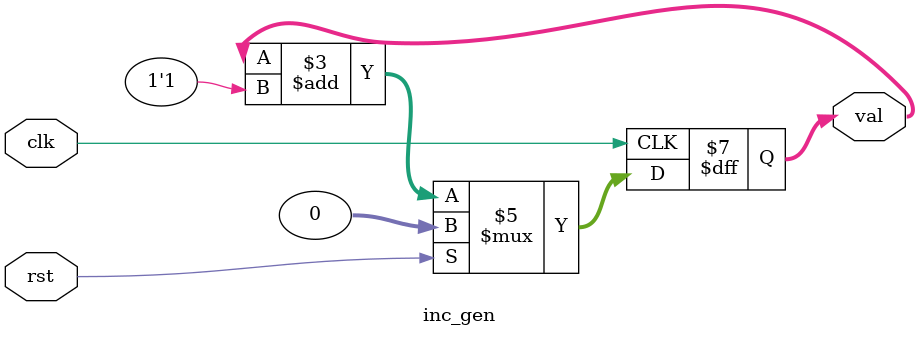
<source format=v>
`timescale 1ns/1ns

module inc_gen(val, clk, rst);

    parameter DATAWIDTH = 32;
    
    input clk;
    input rst;
    
    output reg signed [DATAWIDTH-1:0] val;
    
    always @(posedge clk) begin
        if (rst == 1)
            val <= 0;
        else
            val <= val + 1'b1;
    end
    
endmodule
</source>
